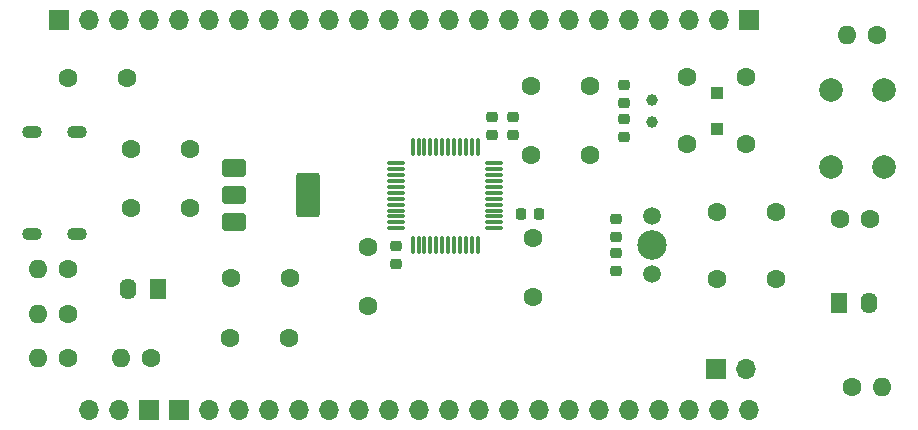
<source format=gbs>
%TF.GenerationSoftware,KiCad,Pcbnew,8.0.5*%
%TF.CreationDate,2024-10-21T18:28:28+08:00*%
%TF.ProjectId,redraw_TH,72656472-6177-45f5-9448-2e6b69636164,rev?*%
%TF.SameCoordinates,Original*%
%TF.FileFunction,Soldermask,Bot*%
%TF.FilePolarity,Negative*%
%FSLAX46Y46*%
G04 Gerber Fmt 4.6, Leading zero omitted, Abs format (unit mm)*
G04 Created by KiCad (PCBNEW 8.0.5) date 2024-10-21 18:28:28*
%MOMM*%
%LPD*%
G01*
G04 APERTURE LIST*
G04 Aperture macros list*
%AMRoundRect*
0 Rectangle with rounded corners*
0 $1 Rounding radius*
0 $2 $3 $4 $5 $6 $7 $8 $9 X,Y pos of 4 corners*
0 Add a 4 corners polygon primitive as box body*
4,1,4,$2,$3,$4,$5,$6,$7,$8,$9,$2,$3,0*
0 Add four circle primitives for the rounded corners*
1,1,$1+$1,$2,$3*
1,1,$1+$1,$4,$5*
1,1,$1+$1,$6,$7*
1,1,$1+$1,$8,$9*
0 Add four rect primitives between the rounded corners*
20,1,$1+$1,$2,$3,$4,$5,0*
20,1,$1+$1,$4,$5,$6,$7,0*
20,1,$1+$1,$6,$7,$8,$9,0*
20,1,$1+$1,$8,$9,$2,$3,0*%
G04 Aperture macros list end*
%ADD10C,1.000000*%
%ADD11R,1.000000X1.000000*%
%ADD12C,1.500000*%
%ADD13C,2.500000*%
%ADD14O,1.700000X1.100000*%
%ADD15RoundRect,0.075000X0.662500X0.075000X-0.662500X0.075000X-0.662500X-0.075000X0.662500X-0.075000X0*%
%ADD16RoundRect,0.075000X0.075000X0.662500X-0.075000X0.662500X-0.075000X-0.662500X0.075000X-0.662500X0*%
%ADD17C,2.000000*%
%ADD18C,1.600000*%
%ADD19O,1.600000X1.600000*%
%ADD20RoundRect,0.250000X-0.750000X-0.500000X0.750000X-0.500000X0.750000X0.500000X-0.750000X0.500000X0*%
%ADD21RoundRect,0.250000X-0.750000X-1.650000X0.750000X-1.650000X0.750000X1.650000X-0.750000X1.650000X0*%
%ADD22R,1.400000X1.800000*%
%ADD23O,1.400000X1.800000*%
%ADD24R,1.700000X1.700000*%
%ADD25O,1.700000X1.700000*%
%ADD26RoundRect,0.225000X-0.225000X-0.250000X0.225000X-0.250000X0.225000X0.250000X-0.225000X0.250000X0*%
%ADD27RoundRect,0.225000X-0.250000X0.225000X-0.250000X-0.225000X0.250000X-0.225000X0.250000X0.225000X0*%
%ADD28RoundRect,0.225000X0.250000X-0.225000X0.250000X0.225000X-0.250000X0.225000X-0.250000X-0.225000X0*%
G04 APERTURE END LIST*
D10*
%TO.C,X2*%
X117505000Y-93760000D03*
X117505000Y-91860000D03*
D11*
X123005000Y-94310000D03*
X123005000Y-91310000D03*
%TD*%
D12*
%TO.C,X1*%
X117505000Y-101720000D03*
D13*
X117505000Y-104160000D03*
D12*
X117505000Y-106600000D03*
%TD*%
D14*
%TO.C,USB1*%
X68811500Y-94570000D03*
X65011500Y-94570000D03*
X68811500Y-103210000D03*
X65011500Y-103210000D03*
%TD*%
D15*
%TO.C,U1*%
X104162500Y-97250000D03*
X104162500Y-97750000D03*
X104162500Y-98250000D03*
X104162500Y-98750000D03*
X104162500Y-99250000D03*
X104162500Y-99750000D03*
X104162500Y-100250000D03*
X104162500Y-100750000D03*
X104162500Y-101250000D03*
X104162500Y-101750000D03*
X104162500Y-102250000D03*
X104162500Y-102750000D03*
D16*
X102750000Y-104162500D03*
X102250000Y-104162500D03*
X101750000Y-104162500D03*
X101250000Y-104162500D03*
X100750000Y-104162500D03*
X100250000Y-104162500D03*
X99750000Y-104162500D03*
X99250000Y-104162500D03*
X98750000Y-104162500D03*
X98250000Y-104162500D03*
X97750000Y-104162500D03*
X97250000Y-104162500D03*
D15*
X95837500Y-102750000D03*
X95837500Y-102250000D03*
X95837500Y-101750000D03*
X95837500Y-101250000D03*
X95837500Y-100750000D03*
X95837500Y-100250000D03*
X95837500Y-99750000D03*
X95837500Y-99250000D03*
X95837500Y-98750000D03*
X95837500Y-98250000D03*
X95837500Y-97750000D03*
X95837500Y-97250000D03*
D16*
X97250000Y-95837500D03*
X97750000Y-95837500D03*
X98250000Y-95837500D03*
X98750000Y-95837500D03*
X99250000Y-95837500D03*
X99750000Y-95837500D03*
X100250000Y-95837500D03*
X100750000Y-95837500D03*
X101250000Y-95837500D03*
X101750000Y-95837500D03*
X102250000Y-95837500D03*
X102750000Y-95837500D03*
%TD*%
D17*
%TO.C,SW1*%
X132660000Y-97551625D03*
X132660000Y-91051625D03*
X137160000Y-97551625D03*
X137160000Y-91051625D03*
%TD*%
D18*
%TO.C,R6*%
X68085000Y-106190000D03*
D19*
X65545000Y-106190000D03*
%TD*%
D18*
%TO.C,R5*%
X68085000Y-109965000D03*
D19*
X65545000Y-109965000D03*
%TD*%
D18*
%TO.C,R4*%
X68085000Y-113740000D03*
D19*
X65545000Y-113740000D03*
%TD*%
D18*
%TO.C,R3*%
X134445000Y-116160000D03*
D19*
X136985000Y-116160000D03*
%TD*%
D18*
%TO.C,R2*%
X75065000Y-113740000D03*
D19*
X72525000Y-113740000D03*
%TD*%
D18*
%TO.C,R1*%
X136535000Y-86380000D03*
D19*
X133995000Y-86380000D03*
%TD*%
D20*
%TO.C,Q1*%
X82105500Y-102230250D03*
D21*
X88405500Y-99930250D03*
D20*
X82105500Y-99930250D03*
X82105500Y-97630250D03*
%TD*%
D22*
%TO.C,LED2*%
X133319000Y-109086375D03*
D23*
X135859000Y-109086375D03*
%TD*%
D22*
%TO.C,LED1*%
X75650000Y-107900000D03*
D23*
X73110000Y-107900000D03*
%TD*%
D24*
%TO.C,H5*%
X122940000Y-114670000D03*
D25*
X125480000Y-114670000D03*
%TD*%
D24*
%TO.C,H4*%
X67310000Y-85090000D03*
D25*
X69850000Y-85090000D03*
X72390000Y-85090000D03*
X74930000Y-85090000D03*
%TD*%
D24*
%TO.C,H3*%
X125730000Y-85090000D03*
D25*
X123190000Y-85090000D03*
X120650000Y-85090000D03*
X118110000Y-85090000D03*
X115570000Y-85090000D03*
X113030000Y-85090000D03*
X110490000Y-85090000D03*
X107950000Y-85090000D03*
X105410000Y-85090000D03*
X102870000Y-85090000D03*
X100330000Y-85090000D03*
X97790000Y-85090000D03*
X95250000Y-85090000D03*
X92710000Y-85090000D03*
X90170000Y-85090000D03*
X87630000Y-85090000D03*
X85090000Y-85090000D03*
X82550000Y-85090000D03*
X80010000Y-85090000D03*
X77470000Y-85090000D03*
%TD*%
D24*
%TO.C,H2*%
X77470000Y-118110000D03*
D25*
X80010000Y-118110000D03*
X82550000Y-118110000D03*
X85090000Y-118110000D03*
X87630000Y-118110000D03*
X90170000Y-118110000D03*
X92710000Y-118110000D03*
X95250000Y-118110000D03*
X97790000Y-118110000D03*
X100330000Y-118110000D03*
X102870000Y-118110000D03*
X105410000Y-118110000D03*
X107950000Y-118110000D03*
X110490000Y-118110000D03*
X113030000Y-118110000D03*
X115570000Y-118110000D03*
X118110000Y-118110000D03*
X120650000Y-118110000D03*
X123190000Y-118110000D03*
X125730000Y-118110000D03*
%TD*%
D24*
%TO.C,H1*%
X74930000Y-118110000D03*
D25*
X72390000Y-118110000D03*
X69850000Y-118110000D03*
%TD*%
D26*
%TO.C,C22*%
X106385000Y-101540000D03*
X107935000Y-101540000D03*
%TD*%
D27*
%TO.C,C21*%
X95810000Y-104215000D03*
X95810000Y-105765000D03*
%TD*%
D28*
%TO.C,C20*%
X105710000Y-94875000D03*
X105710000Y-93325000D03*
%TD*%
%TO.C,C19*%
X103950000Y-94865000D03*
X103950000Y-93315000D03*
%TD*%
D27*
%TO.C,C18*%
X115160000Y-93462750D03*
X115160000Y-95012750D03*
%TD*%
D28*
%TO.C,C17*%
X115154500Y-92157250D03*
X115154500Y-90607250D03*
%TD*%
D27*
%TO.C,C16*%
X114500000Y-104822750D03*
X114500000Y-106372750D03*
%TD*%
D18*
%TO.C,C15*%
X125480000Y-95650000D03*
X120480000Y-95650000D03*
%TD*%
%TO.C,C14*%
X125480000Y-89970000D03*
X120480000Y-89970000D03*
%TD*%
%TO.C,C13*%
X127980000Y-107010000D03*
X122980000Y-107010000D03*
%TD*%
%TO.C,C12*%
X122980000Y-101330000D03*
X127980000Y-101330000D03*
%TD*%
%TO.C,C11*%
X107410000Y-108550000D03*
X107410000Y-103550000D03*
%TD*%
%TO.C,C10*%
X68060000Y-90030000D03*
X73060000Y-90030000D03*
%TD*%
D28*
%TO.C,C9*%
X114494500Y-103517250D03*
X114494500Y-101967250D03*
%TD*%
D18*
%TO.C,C8*%
X112230000Y-96580000D03*
X107230000Y-96580000D03*
%TD*%
%TO.C,C7*%
X112230000Y-90725000D03*
X107230000Y-90725000D03*
%TD*%
%TO.C,C6*%
X93480000Y-109300000D03*
X93480000Y-104300000D03*
%TD*%
%TO.C,C5*%
X135960000Y-102000000D03*
X133460000Y-102000000D03*
%TD*%
%TO.C,C4*%
X81810000Y-112000000D03*
X86810000Y-112000000D03*
%TD*%
%TO.C,C3*%
X81840000Y-107000000D03*
X86840000Y-107000000D03*
%TD*%
%TO.C,C2*%
X78377500Y-101010000D03*
X78377500Y-96010000D03*
%TD*%
%TO.C,C1*%
X73377500Y-101030000D03*
X73377500Y-96030000D03*
%TD*%
M02*

</source>
